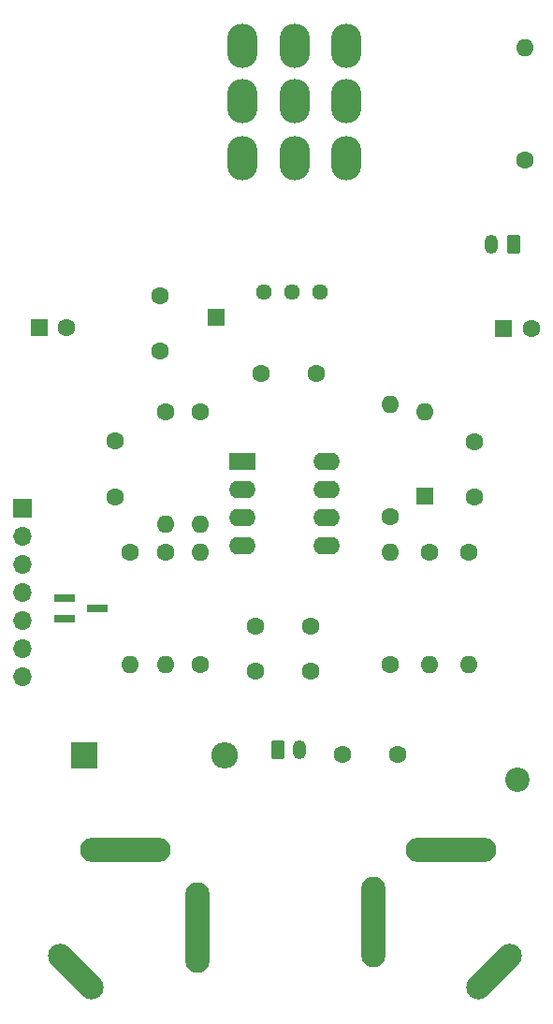
<source format=gts>
G04 #@! TF.GenerationSoftware,KiCad,Pcbnew,(6.0.9)*
G04 #@! TF.CreationDate,2022-11-21T11:04:56+01:00*
G04 #@! TF.ProjectId,ray-rounded,7261792d-726f-4756-9e64-65642e6b6963,rev?*
G04 #@! TF.SameCoordinates,Original*
G04 #@! TF.FileFunction,Soldermask,Top*
G04 #@! TF.FilePolarity,Negative*
%FSLAX46Y46*%
G04 Gerber Fmt 4.6, Leading zero omitted, Abs format (unit mm)*
G04 Created by KiCad (PCBNEW (6.0.9)) date 2022-11-21 11:04:56*
%MOMM*%
%LPD*%
G01*
G04 APERTURE LIST*
G04 Aperture macros list*
%AMRoundRect*
0 Rectangle with rounded corners*
0 $1 Rounding radius*
0 $2 $3 $4 $5 $6 $7 $8 $9 X,Y pos of 4 corners*
0 Add a 4 corners polygon primitive as box body*
4,1,4,$2,$3,$4,$5,$6,$7,$8,$9,$2,$3,0*
0 Add four circle primitives for the rounded corners*
1,1,$1+$1,$2,$3*
1,1,$1+$1,$4,$5*
1,1,$1+$1,$6,$7*
1,1,$1+$1,$8,$9*
0 Add four rect primitives between the rounded corners*
20,1,$1+$1,$2,$3,$4,$5,0*
20,1,$1+$1,$4,$5,$6,$7,0*
20,1,$1+$1,$6,$7,$8,$9,0*
20,1,$1+$1,$8,$9,$2,$3,0*%
%AMHorizOval*
0 Thick line with rounded ends*
0 $1 width*
0 $2 $3 position (X,Y) of the first rounded end (center of the circle)*
0 $4 $5 position (X,Y) of the second rounded end (center of the circle)*
0 Add line between two ends*
20,1,$1,$2,$3,$4,$5,0*
0 Add two circle primitives to create the rounded ends*
1,1,$1,$2,$3*
1,1,$1,$4,$5*%
G04 Aperture macros list end*
%ADD10C,1.600000*%
%ADD11C,1.440000*%
%ADD12O,1.600000X1.600000*%
%ADD13R,1.600000X1.600000*%
%ADD14R,1.500000X1.500000*%
%ADD15RoundRect,0.250000X-0.350000X-0.625000X0.350000X-0.625000X0.350000X0.625000X-0.350000X0.625000X0*%
%ADD16O,1.200000X1.750000*%
%ADD17O,2.203200X8.203200*%
%ADD18HorizOval,2.203200X1.414214X1.414214X-1.414214X-1.414214X0*%
%ADD19O,8.203200X2.203200*%
%ADD20R,2.400000X1.600000*%
%ADD21O,2.400000X1.600000*%
%ADD22HorizOval,2.203200X1.414214X-1.414214X-1.414214X1.414214X0*%
%ADD23R,2.400000X2.400000*%
%ADD24O,2.400000X2.400000*%
%ADD25R,1.700000X1.700000*%
%ADD26O,1.700000X1.700000*%
%ADD27R,1.900000X0.800000*%
%ADD28C,2.200000*%
%ADD29RoundRect,0.250000X0.350000X0.625000X-0.350000X0.625000X-0.350000X-0.625000X0.350000X-0.625000X0*%
%ADD30O,2.743200X4.003200*%
G04 APERTURE END LIST*
D10*
X122936000Y-94996000D03*
X127936000Y-94996000D03*
D11*
X128270000Y-87579200D03*
X125730000Y-87579200D03*
X123190000Y-87579200D03*
D10*
X138176000Y-111125000D03*
D12*
X138176000Y-121285000D03*
D13*
X102870000Y-90779600D03*
D10*
X105370000Y-90779600D03*
D14*
X118872000Y-89916000D03*
D10*
X117475000Y-121285000D03*
D12*
X117475000Y-111125000D03*
D10*
X109728000Y-101092000D03*
X109728000Y-106092000D03*
X142240000Y-101172000D03*
X142240000Y-106172000D03*
D15*
X124460000Y-129032000D03*
D16*
X126460000Y-129032000D03*
D10*
X134620000Y-121285000D03*
D12*
X134620000Y-111125000D03*
D17*
X133142600Y-144567200D03*
D18*
X144090536Y-149075441D03*
D19*
X140136659Y-138044698D03*
D10*
X114300000Y-98425000D03*
D12*
X114300000Y-108585000D03*
D10*
X127468000Y-117856000D03*
X122468000Y-117856000D03*
D13*
X144932400Y-90932000D03*
D10*
X147432400Y-90932000D03*
D20*
X121295000Y-102880000D03*
D21*
X121295000Y-105420000D03*
X121295000Y-107960000D03*
X121295000Y-110500000D03*
X128915000Y-110500000D03*
X128915000Y-107960000D03*
X128915000Y-105420000D03*
X128915000Y-102880000D03*
D10*
X113792000Y-87924000D03*
X113792000Y-92924000D03*
X141732000Y-111125000D03*
D12*
X141732000Y-121285000D03*
D19*
X110702800Y-138086000D03*
D22*
X106194559Y-149033936D03*
D17*
X117225302Y-145080059D03*
D23*
X106934000Y-129540000D03*
D24*
X119634000Y-129540000D03*
D25*
X101396800Y-107188000D03*
D26*
X101396800Y-109728000D03*
X101396800Y-112268000D03*
X101396800Y-114808000D03*
X101396800Y-117348000D03*
X101396800Y-119888000D03*
X101396800Y-122428000D03*
D10*
X146812000Y-75692000D03*
D12*
X146812000Y-65532000D03*
D10*
X130342000Y-129413000D03*
X135342000Y-129413000D03*
D27*
X105180000Y-115255000D03*
X105180000Y-117155000D03*
X108180000Y-116205000D03*
D10*
X111125000Y-111125000D03*
D12*
X111125000Y-121285000D03*
D28*
X146151600Y-131673600D03*
D10*
X134620000Y-107950000D03*
D12*
X134620000Y-97790000D03*
D29*
X145796000Y-83312000D03*
D16*
X143796000Y-83312000D03*
D10*
X114300000Y-111125000D03*
D12*
X114300000Y-121285000D03*
D10*
X117475000Y-98425000D03*
D12*
X117475000Y-108585000D03*
D30*
X121294440Y-65358000D03*
X125996000Y-65358000D03*
X130694440Y-65358000D03*
X121294440Y-70357480D03*
X125996000Y-70357480D03*
X130694440Y-70357480D03*
X121295200Y-75458000D03*
X125996760Y-75458000D03*
X130695200Y-75458000D03*
D13*
X137795000Y-106045000D03*
D12*
X137795000Y-98425000D03*
D10*
X122428000Y-121920000D03*
X127428000Y-121920000D03*
M02*

</source>
